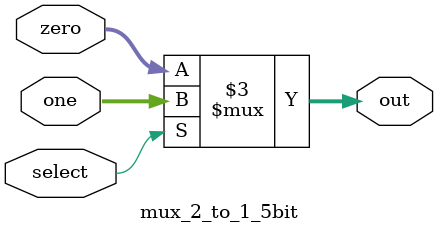
<source format=v>
`timescale 1ns / 1ps


module mux_2_to_1_5bit(
    input wire [4:0] zero,
    input wire [4:0] one,
    input select,
    output reg [4:0] out
    );
    
    // Whenever an input changes, perform the multiplexing task
    always @(zero, one, select) begin
        if (select) out <= one;
        else out <= zero;
    end
endmodule

</source>
